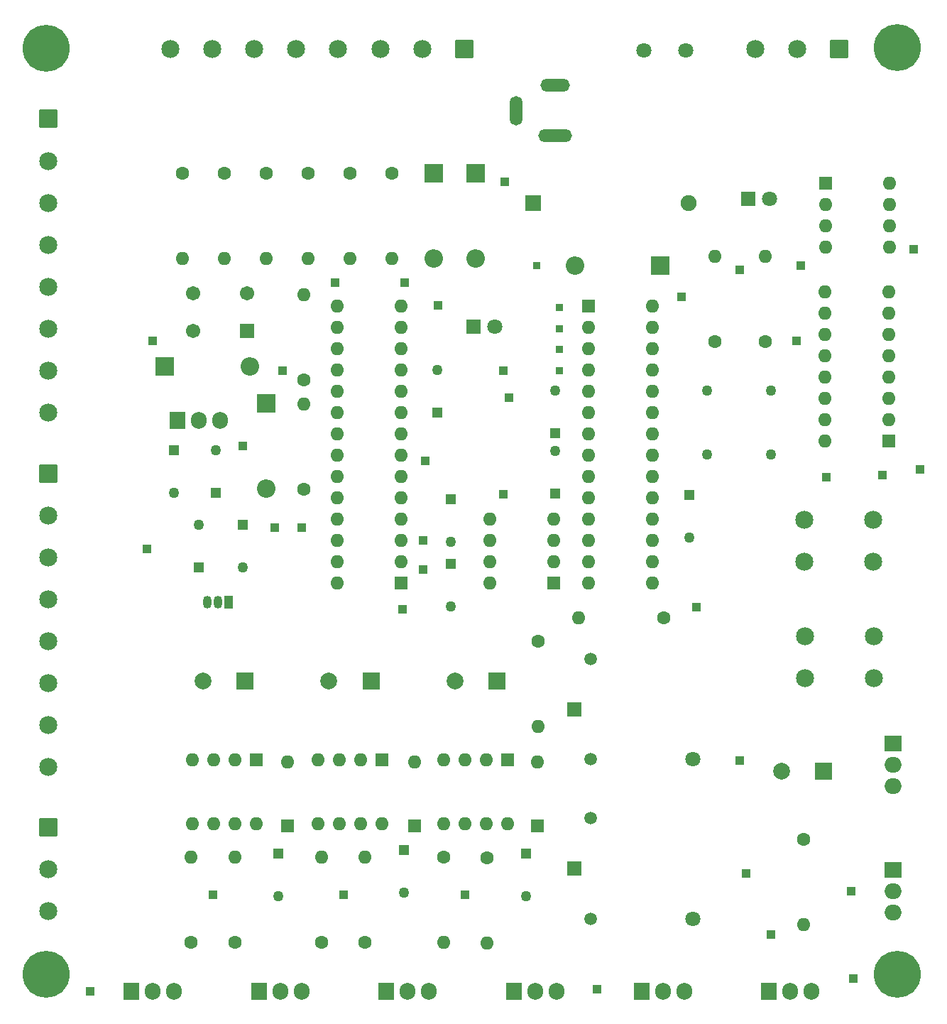
<source format=gbr>
%TF.GenerationSoftware,KiCad,Pcbnew,8.0.3*%
%TF.CreationDate,2024-11-28T01:10:20-08:00*%
%TF.ProjectId,SuperCapacitorBike,53757065-7243-4617-9061-6369746f7242,rev?*%
%TF.SameCoordinates,Original*%
%TF.FileFunction,Soldermask,Top*%
%TF.FilePolarity,Negative*%
%FSLAX46Y46*%
G04 Gerber Fmt 4.6, Leading zero omitted, Abs format (unit mm)*
G04 Created by KiCad (PCBNEW 8.0.3) date 2024-11-28 01:10:20*
%MOMM*%
%LPD*%
G01*
G04 APERTURE LIST*
G04 Aperture macros list*
%AMRoundRect*
0 Rectangle with rounded corners*
0 $1 Rounding radius*
0 $2 $3 $4 $5 $6 $7 $8 $9 X,Y pos of 4 corners*
0 Add a 4 corners polygon primitive as box body*
4,1,4,$2,$3,$4,$5,$6,$7,$8,$9,$2,$3,0*
0 Add four circle primitives for the rounded corners*
1,1,$1+$1,$2,$3*
1,1,$1+$1,$4,$5*
1,1,$1+$1,$6,$7*
1,1,$1+$1,$8,$9*
0 Add four rect primitives between the rounded corners*
20,1,$1+$1,$2,$3,$4,$5,0*
20,1,$1+$1,$4,$5,$6,$7,0*
20,1,$1+$1,$6,$7,$8,$9,0*
20,1,$1+$1,$8,$9,$2,$3,0*%
G04 Aperture macros list end*
%ADD10R,1.000000X1.000000*%
%ADD11R,1.600000X1.600000*%
%ADD12O,1.600000X1.600000*%
%ADD13R,1.905000X2.000000*%
%ADD14O,1.905000X2.000000*%
%ADD15R,2.200000X2.200000*%
%ADD16O,2.200000X2.200000*%
%ADD17C,1.600000*%
%ADD18R,2.000000X1.905000*%
%ADD19O,2.000000X1.905000*%
%ADD20R,0.850000X0.850000*%
%ADD21RoundRect,0.102000X-0.975000X0.975000X-0.975000X-0.975000X0.975000X-0.975000X0.975000X0.975000X0*%
%ADD22C,2.154000*%
%ADD23R,1.270000X1.270000*%
%ADD24C,1.270000*%
%ADD25R,1.800000X1.800000*%
%ADD26C,1.800000*%
%ADD27R,1.803400X1.803400*%
%ADD28C,1.498600*%
%ADD29C,1.803400*%
%ADD30R,2.000000X2.000000*%
%ADD31C,2.000000*%
%ADD32R,1.905000X1.905000*%
%ADD33C,1.905000*%
%ADD34RoundRect,0.102000X0.975000X0.975000X-0.975000X0.975000X-0.975000X-0.975000X0.975000X-0.975000X0*%
%ADD35C,5.600000*%
%ADD36R,1.050000X1.500000*%
%ADD37O,1.050000X1.500000*%
%ADD38RoundRect,0.102000X0.754000X0.754000X-0.754000X0.754000X-0.754000X-0.754000X0.754000X-0.754000X0*%
%ADD39C,1.712000*%
%ADD40C,0.990600*%
%ADD41O,4.013200X1.498600*%
%ADD42O,3.505200X1.498600*%
%ADD43O,1.498600X3.505200*%
G04 APERTURE END LIST*
D10*
%TO.C,TP6*%
X57000000Y-90750000D03*
%TD*%
D11*
%TO.C,U3*%
X84800000Y-118450000D03*
D12*
X82260000Y-118450000D03*
X79720000Y-118450000D03*
X77180000Y-118450000D03*
X77180000Y-126070000D03*
X79720000Y-126070000D03*
X82260000Y-126070000D03*
X84800000Y-126070000D03*
%TD*%
D10*
%TO.C,TP28*%
X119250000Y-68500000D03*
%TD*%
%TO.C,TP23*%
X79730000Y-134510000D03*
%TD*%
D13*
%TO.C,Q4*%
X70350000Y-146000000D03*
D14*
X72890000Y-146000000D03*
X75430000Y-146000000D03*
%TD*%
D10*
%TO.C,TP1*%
X133250000Y-57500000D03*
%TD*%
D15*
%TO.C,D8*%
X81000000Y-48500000D03*
D16*
X81000000Y-58660000D03*
%TD*%
D17*
%TO.C,R1*%
X60500000Y-86140000D03*
D12*
X60500000Y-75980000D03*
%TD*%
D17*
%TO.C,R12*%
X77175000Y-130020000D03*
D12*
X77175000Y-140180000D03*
%TD*%
D18*
%TO.C,Q7*%
X130750000Y-116500000D03*
D19*
X130750000Y-119040000D03*
X130750000Y-121580000D03*
%TD*%
D10*
%TO.C,TP15*%
X125800000Y-134100000D03*
%TD*%
D20*
%TO.C,J4*%
X91000000Y-72000000D03*
%TD*%
D17*
%TO.C,R22*%
X46000000Y-48500000D03*
D12*
X46000000Y-58660000D03*
%TD*%
D17*
%TO.C,R6*%
X66000000Y-48500000D03*
D12*
X66000000Y-58660000D03*
%TD*%
D21*
%TO.C,J10*%
X30000000Y-42000000D03*
D22*
X30000000Y-47000000D03*
X30000000Y-52000000D03*
X30000000Y-57000000D03*
X30000000Y-62000000D03*
X30000000Y-67000000D03*
X30000000Y-72000000D03*
X30000000Y-77000000D03*
%TD*%
D23*
%TO.C,C10*%
X106500000Y-86813250D03*
D24*
X106500000Y-91893250D03*
%TD*%
D10*
%TO.C,TP9*%
X42500000Y-68500000D03*
%TD*%
D23*
%TO.C,C9*%
X90500000Y-86686750D03*
D24*
X90500000Y-81606750D03*
%TD*%
%TO.C,XTAL2*%
X108590000Y-74385999D03*
X108590000Y-82005999D03*
X116210000Y-82005999D03*
X116210000Y-74385999D03*
%TD*%
D18*
%TO.C,Q8*%
X130805000Y-131500000D03*
D19*
X130805000Y-134040000D03*
X130805000Y-136580000D03*
%TD*%
D10*
%TO.C,TP21*%
X65220000Y-134500000D03*
%TD*%
D25*
%TO.C,D7*%
X113460000Y-51500000D03*
D26*
X116000000Y-51500000D03*
%TD*%
D21*
%TO.C,J13*%
X30000000Y-84250000D03*
D22*
X30000000Y-89250000D03*
X30000000Y-94250000D03*
X30000000Y-99250000D03*
X30000000Y-104250000D03*
X30000000Y-109250000D03*
X30000000Y-114250000D03*
X30000000Y-119250000D03*
%TD*%
D10*
%TO.C,TP14*%
X122800000Y-84700000D03*
%TD*%
D27*
%TO.C,K2*%
X92717950Y-131365000D03*
D28*
X94717951Y-137364999D03*
D29*
X106917149Y-137364999D03*
D28*
X94717951Y-125365001D03*
%TD*%
D10*
%TO.C,TP34*%
X95500000Y-145750000D03*
%TD*%
D23*
%TO.C,C16*%
X53200000Y-90363250D03*
D24*
X53200000Y-95443250D03*
%TD*%
D30*
%TO.C,C3*%
X53467677Y-109000000D03*
D31*
X48467677Y-109000000D03*
%TD*%
D23*
%TO.C,C12*%
X78000000Y-87313250D03*
D24*
X78000000Y-92393250D03*
%TD*%
D15*
%TO.C,D5*%
X103000000Y-59500000D03*
D16*
X92840000Y-59500000D03*
%TD*%
D23*
%TO.C,C4*%
X57467500Y-129573250D03*
D24*
X57467500Y-134653250D03*
%TD*%
D32*
%TO.C,F2*%
X87864000Y-52000000D03*
D33*
X106406000Y-52000000D03*
%TD*%
D11*
%TO.C,U9*%
X122700000Y-49700000D03*
D12*
X122700000Y-52240000D03*
X122700000Y-54780000D03*
X122700000Y-57320000D03*
X130320000Y-57320000D03*
X130320000Y-54780000D03*
X130320000Y-52240000D03*
X130320000Y-49700000D03*
%TD*%
D30*
%TO.C,C5*%
X83500000Y-109000000D03*
D31*
X78500000Y-109000000D03*
%TD*%
D10*
%TO.C,TP17*%
X72500000Y-61500000D03*
%TD*%
D17*
%TO.C,R5*%
X61000000Y-48500000D03*
D12*
X61000000Y-58660000D03*
%TD*%
D34*
%TO.C,J9*%
X79600000Y-33680000D03*
D22*
X74600000Y-33680000D03*
X69600000Y-33680000D03*
X64600000Y-33680000D03*
X59600000Y-33680000D03*
X54600000Y-33680000D03*
X49600000Y-33680000D03*
X44600000Y-33680000D03*
%TD*%
D10*
%TO.C,TP13*%
X84250000Y-72000000D03*
%TD*%
%TO.C,TP4*%
X74750000Y-92250000D03*
%TD*%
%TO.C,TP26*%
X119750000Y-59500000D03*
%TD*%
D13*
%TO.C,Q2*%
X115990000Y-146000000D03*
D14*
X118530000Y-146000000D03*
X121070000Y-146000000D03*
%TD*%
D10*
%TO.C,TP29*%
X116250000Y-139250000D03*
%TD*%
D15*
%TO.C,D4*%
X56000000Y-75920000D03*
D16*
X56000000Y-86080000D03*
%TD*%
D25*
%TO.C,D10*%
X80750000Y-66750000D03*
D26*
X83290000Y-66750000D03*
%TD*%
D10*
%TO.C,TP31*%
X107300000Y-100200000D03*
%TD*%
%TO.C,TP18*%
X84500000Y-49500000D03*
%TD*%
D13*
%TO.C,Q6*%
X100780000Y-146000000D03*
D14*
X103320000Y-146000000D03*
X105860000Y-146000000D03*
%TD*%
D10*
%TO.C,TP19*%
X58000000Y-72000000D03*
%TD*%
D20*
%TO.C,J3*%
X91000000Y-69500000D03*
%TD*%
D23*
%TO.C,C14*%
X50000000Y-86580000D03*
D24*
X50000000Y-81500000D03*
%TD*%
D10*
%TO.C,TP12*%
X85000000Y-75250000D03*
%TD*%
D20*
%TO.C,J2*%
X91000000Y-64500000D03*
%TD*%
D10*
%TO.C,TP35*%
X35000000Y-146000000D03*
%TD*%
D17*
%TO.C,R18*%
X109500000Y-68580000D03*
D12*
X109500000Y-58420000D03*
%TD*%
D20*
%TO.C,J12*%
X88250000Y-59500000D03*
%TD*%
D17*
%TO.C,R10*%
X62625000Y-140175000D03*
D12*
X62625000Y-130015000D03*
%TD*%
D11*
%TO.C,U8*%
X130300000Y-80400000D03*
D12*
X130300000Y-77860000D03*
X130300000Y-75320000D03*
X130300000Y-72780000D03*
X130300000Y-70240000D03*
X130300000Y-67700000D03*
X130300000Y-65160000D03*
X130300000Y-62620000D03*
X122680000Y-62620000D03*
X122680000Y-65160000D03*
X122680000Y-67700000D03*
X122680000Y-70240000D03*
X122680000Y-72780000D03*
X122680000Y-75320000D03*
X122680000Y-77860000D03*
X122680000Y-80400000D03*
%TD*%
D22*
%TO.C,J7*%
X120200000Y-94800000D03*
X128400000Y-94800000D03*
X120200000Y-89800000D03*
X128400000Y-89800000D03*
%TD*%
D35*
%TO.C,H3*%
X29750000Y-144000000D03*
%TD*%
D11*
%TO.C,U5*%
X72120000Y-97340000D03*
D12*
X72120000Y-94800000D03*
X72120000Y-92260000D03*
X72120000Y-89720000D03*
X72120000Y-87180000D03*
X72120000Y-84640000D03*
X72120000Y-82100000D03*
X72120000Y-79560000D03*
X72120000Y-77020000D03*
X72120000Y-74480000D03*
X72120000Y-71940000D03*
X72120000Y-69400000D03*
X72120000Y-66860000D03*
X72120000Y-64320000D03*
X64500000Y-64320000D03*
X64500000Y-66860000D03*
X64500000Y-69400000D03*
X64500000Y-71940000D03*
X64500000Y-74480000D03*
X64500000Y-77020000D03*
X64500000Y-79560000D03*
X64500000Y-82100000D03*
X64500000Y-84640000D03*
X64500000Y-87180000D03*
X64500000Y-89720000D03*
X64500000Y-92260000D03*
X64500000Y-94800000D03*
X64500000Y-97340000D03*
%TD*%
D17*
%TO.C,R7*%
X82300000Y-130120000D03*
D12*
X82300000Y-140280000D03*
%TD*%
D11*
%TO.C,D2*%
X58567500Y-126250000D03*
D12*
X58567500Y-118630000D03*
%TD*%
D10*
%TO.C,TP16*%
X105500000Y-63250000D03*
%TD*%
D36*
%TO.C,U10*%
X51500000Y-99640000D03*
D37*
X50230000Y-99640000D03*
X48960000Y-99640000D03*
%TD*%
D38*
%TO.C,S1*%
X53750000Y-67250000D03*
D39*
X47250000Y-67250000D03*
X53750000Y-62750000D03*
X47250000Y-62750000D03*
%TD*%
D23*
%TO.C,C13*%
X76400000Y-77036750D03*
D24*
X76400000Y-71956750D03*
%TD*%
D30*
%TO.C,C2*%
X68500000Y-109000000D03*
D31*
X63500000Y-109000000D03*
%TD*%
D17*
%TO.C,R11*%
X47075000Y-140175000D03*
D12*
X47075000Y-130015000D03*
%TD*%
D34*
%TO.C,J14*%
X124372500Y-33700000D03*
D22*
X119372500Y-33700000D03*
X114372500Y-33700000D03*
%TD*%
D11*
%TO.C,U6*%
X94467500Y-64320000D03*
D12*
X94467500Y-66860000D03*
X94467500Y-69400000D03*
X94467500Y-71940000D03*
X94467500Y-74480000D03*
X94467500Y-77020000D03*
X94467500Y-79560000D03*
X94467500Y-82100000D03*
X94467500Y-84640000D03*
X94467500Y-87180000D03*
X94467500Y-89720000D03*
X94467500Y-92260000D03*
X94467500Y-94800000D03*
X94467500Y-97340000D03*
X102087500Y-97340000D03*
X102087500Y-94800000D03*
X102087500Y-92260000D03*
X102087500Y-89720000D03*
X102087500Y-87180000D03*
X102087500Y-84640000D03*
X102087500Y-82100000D03*
X102087500Y-79560000D03*
X102087500Y-77020000D03*
X102087500Y-74480000D03*
X102087500Y-71940000D03*
X102087500Y-69400000D03*
X102087500Y-66860000D03*
X102087500Y-64320000D03*
%TD*%
D10*
%TO.C,TP11*%
X60250000Y-90750000D03*
%TD*%
D15*
%TO.C,D9*%
X76000000Y-48500000D03*
D16*
X76000000Y-58660000D03*
%TD*%
D40*
%TO.C,J11*%
X85777250Y-39996960D03*
X85777250Y-42003560D03*
X89218950Y-44000000D03*
X89472950Y-38000520D03*
X91479550Y-38000520D03*
X91733550Y-44000000D03*
D41*
X90476250Y-44000000D03*
D42*
X90476250Y-38000520D03*
D43*
X85777250Y-41000260D03*
%TD*%
D10*
%TO.C,TP20*%
X76500000Y-64250000D03*
%TD*%
%TO.C,TP5*%
X75000000Y-82750000D03*
%TD*%
D11*
%TO.C,D1*%
X73700000Y-126250000D03*
D12*
X73700000Y-118630000D03*
%TD*%
D11*
%TO.C,U2*%
X54800000Y-118450000D03*
D12*
X52260000Y-118450000D03*
X49720000Y-118450000D03*
X47180000Y-118450000D03*
X47180000Y-126070000D03*
X49720000Y-126070000D03*
X52260000Y-126070000D03*
X54800000Y-126070000D03*
%TD*%
D13*
%TO.C,Q1*%
X55142000Y-146000000D03*
D14*
X57682000Y-146000000D03*
X60222000Y-146000000D03*
%TD*%
D23*
%TO.C,C15*%
X47960000Y-95436750D03*
D24*
X47960000Y-90356750D03*
%TD*%
D35*
%TO.C,H1*%
X29750000Y-33550000D03*
%TD*%
D13*
%TO.C,Q3*%
X85570000Y-146000000D03*
D14*
X88110000Y-146000000D03*
X90650000Y-146000000D03*
%TD*%
D23*
%TO.C,C8*%
X45000000Y-81500000D03*
D24*
X45000000Y-86580000D03*
%TD*%
D17*
%TO.C,R8*%
X52317500Y-140180000D03*
D12*
X52317500Y-130020000D03*
%TD*%
D10*
%TO.C,TP25*%
X134000000Y-83750000D03*
%TD*%
D17*
%TO.C,R3*%
X71000000Y-48500000D03*
D12*
X71000000Y-58660000D03*
%TD*%
D20*
%TO.C,J5*%
X91000000Y-67000000D03*
%TD*%
D17*
%TO.C,R17*%
X115500000Y-68580000D03*
D12*
X115500000Y-58420000D03*
%TD*%
D17*
%TO.C,R20*%
X56000000Y-48500000D03*
D12*
X56000000Y-58660000D03*
%TD*%
D10*
%TO.C,TP8*%
X64250000Y-61500000D03*
%TD*%
D23*
%TO.C,C11*%
X78000000Y-95063250D03*
D24*
X78000000Y-100143250D03*
%TD*%
D10*
%TO.C,TP10*%
X53250000Y-81000000D03*
%TD*%
D27*
%TO.C,K1*%
X92717950Y-112365000D03*
D28*
X94717951Y-118364999D03*
D29*
X106917149Y-118364999D03*
D28*
X94717951Y-106365001D03*
%TD*%
D11*
%TO.C,U4*%
X90300000Y-97300000D03*
D12*
X90300000Y-94760000D03*
X90300000Y-92220000D03*
X90300000Y-89680000D03*
X82680000Y-89680000D03*
X82680000Y-92220000D03*
X82680000Y-94760000D03*
X82680000Y-97300000D03*
%TD*%
D11*
%TO.C,D3*%
X88367500Y-126250000D03*
D12*
X88367500Y-118630000D03*
%TD*%
D21*
%TO.C,J6*%
X29990000Y-126427500D03*
D22*
X29990000Y-131427500D03*
X29990000Y-136427500D03*
%TD*%
D17*
%TO.C,R16*%
X103400000Y-101500000D03*
D12*
X93240000Y-101500000D03*
%TD*%
D10*
%TO.C,TP30*%
X112500000Y-118500000D03*
%TD*%
D17*
%TO.C,R4*%
X120100000Y-127920000D03*
D12*
X120100000Y-138080000D03*
%TD*%
D10*
%TO.C,TP36*%
X126000000Y-144500000D03*
%TD*%
D17*
%TO.C,R13*%
X60500000Y-73080000D03*
D12*
X60500000Y-62920000D03*
%TD*%
D10*
%TO.C,TP2*%
X72250000Y-100500000D03*
%TD*%
D17*
%TO.C,R9*%
X67817500Y-140180000D03*
D12*
X67817500Y-130020000D03*
%TD*%
D13*
%TO.C,Q5*%
X39930000Y-146000000D03*
D14*
X42470000Y-146000000D03*
X45010000Y-146000000D03*
%TD*%
D11*
%TO.C,U1*%
X69800000Y-118450000D03*
D12*
X67260000Y-118450000D03*
X64720000Y-118450000D03*
X62180000Y-118450000D03*
X62180000Y-126070000D03*
X64720000Y-126070000D03*
X67260000Y-126070000D03*
X69800000Y-126070000D03*
%TD*%
D35*
%TO.C,H4*%
X131250000Y-144000000D03*
%TD*%
D10*
%TO.C,TP22*%
X49690000Y-134500000D03*
%TD*%
D29*
%TO.C,J1*%
X106041784Y-33830000D03*
X101041784Y-33830000D03*
%TD*%
D35*
%TO.C,H2*%
X131250000Y-33500000D03*
%TD*%
D10*
%TO.C,TP33*%
X113250000Y-132000000D03*
%TD*%
D23*
%TO.C,C6*%
X86967500Y-129573250D03*
D24*
X86967500Y-134653250D03*
%TD*%
D10*
%TO.C,TP24*%
X129500000Y-84500000D03*
%TD*%
D23*
%TO.C,C17*%
X90500000Y-79436750D03*
D24*
X90500000Y-74356750D03*
%TD*%
D10*
%TO.C,TP27*%
X112500000Y-60000000D03*
%TD*%
D30*
%TO.C,C7*%
X122467677Y-119800000D03*
D31*
X117467677Y-119800000D03*
%TD*%
D10*
%TO.C,TP7*%
X41750000Y-93250000D03*
%TD*%
%TO.C,TP32*%
X84250000Y-86750000D03*
%TD*%
D15*
%TO.C,D6*%
X43920000Y-71500000D03*
D16*
X54080000Y-71500000D03*
%TD*%
D17*
%TO.C,R21*%
X51000000Y-48500000D03*
D12*
X51000000Y-58660000D03*
%TD*%
D23*
%TO.C,C1*%
X72467500Y-129173250D03*
D24*
X72467500Y-134253250D03*
%TD*%
D22*
%TO.C,J8*%
X120287500Y-108655000D03*
X128487500Y-108655000D03*
X120287500Y-103655000D03*
X128487500Y-103655000D03*
%TD*%
D10*
%TO.C,TP3*%
X74750000Y-95750000D03*
%TD*%
D13*
%TO.C,U7*%
X45460000Y-77945000D03*
D14*
X48000000Y-77945000D03*
X50540000Y-77945000D03*
%TD*%
D17*
%TO.C,R2*%
X88400000Y-104300000D03*
D12*
X88400000Y-114460000D03*
%TD*%
M02*

</source>
